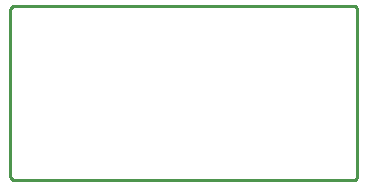
<source format=gbr>
G04 EAGLE Gerber RS-274X export*
G75*
%MOMM*%
%FSLAX34Y34*%
%LPD*%
%IN*%
%IPPOS*%
%AMOC8*
5,1,8,0,0,1.08239X$1,22.5*%
G01*
G04 Define Apertures*
%ADD10C,0.254000*%
D10*
X297180Y322580D02*
X299720Y320040D01*
X589280Y320040D01*
X591060Y321820D01*
X591060Y465580D01*
X589380Y467260D01*
X299620Y467260D01*
X297180Y464820D01*
X297180Y322580D01*
M02*

</source>
